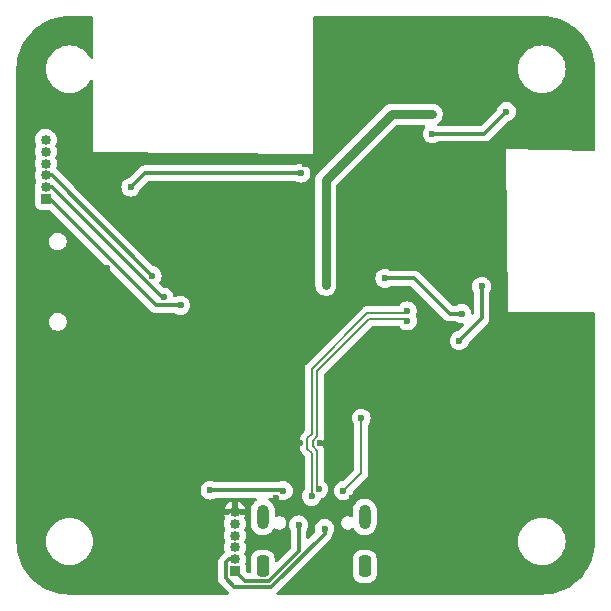
<source format=gbr>
%TF.GenerationSoftware,KiCad,Pcbnew,8.0.1*%
%TF.CreationDate,2024-04-06T15:46:48-07:00*%
%TF.ProjectId,Hardware,48617264-7761-4726-952e-6b696361645f,rev?*%
%TF.SameCoordinates,Original*%
%TF.FileFunction,Copper,L2,Bot*%
%TF.FilePolarity,Positive*%
%FSLAX46Y46*%
G04 Gerber Fmt 4.6, Leading zero omitted, Abs format (unit mm)*
G04 Created by KiCad (PCBNEW 8.0.1) date 2024-04-06 15:46:48*
%MOMM*%
%LPD*%
G01*
G04 APERTURE LIST*
G04 Aperture macros list*
%AMRoundRect*
0 Rectangle with rounded corners*
0 $1 Rounding radius*
0 $2 $3 $4 $5 $6 $7 $8 $9 X,Y pos of 4 corners*
0 Add a 4 corners polygon primitive as box body*
4,1,4,$2,$3,$4,$5,$6,$7,$8,$9,$2,$3,0*
0 Add four circle primitives for the rounded corners*
1,1,$1+$1,$2,$3*
1,1,$1+$1,$4,$5*
1,1,$1+$1,$6,$7*
1,1,$1+$1,$8,$9*
0 Add four rect primitives between the rounded corners*
20,1,$1+$1,$2,$3,$4,$5,0*
20,1,$1+$1,$4,$5,$6,$7,0*
20,1,$1+$1,$6,$7,$8,$9,0*
20,1,$1+$1,$8,$9,$2,$3,0*%
G04 Aperture macros list end*
%TA.AperFunction,ComponentPad*%
%ADD10R,0.850000X0.850000*%
%TD*%
%TA.AperFunction,ComponentPad*%
%ADD11O,0.850000X0.850000*%
%TD*%
%TA.AperFunction,ComponentPad*%
%ADD12O,1.000000X2.100000*%
%TD*%
%TA.AperFunction,ComponentPad*%
%ADD13RoundRect,0.250000X-0.250000X-0.650000X0.250000X-0.650000X0.250000X0.650000X-0.250000X0.650000X0*%
%TD*%
%TA.AperFunction,ViaPad*%
%ADD14C,0.600000*%
%TD*%
%TA.AperFunction,Conductor*%
%ADD15C,0.800000*%
%TD*%
%TA.AperFunction,Conductor*%
%ADD16C,0.300000*%
%TD*%
%TA.AperFunction,Conductor*%
%ADD17C,0.200000*%
%TD*%
G04 APERTURE END LIST*
D10*
%TO.P,J2,1,Pin_1*%
%TO.N,/DWM3000_EXTPA*%
X103000000Y-61000000D03*
D11*
%TO.P,J2,2,Pin_2*%
%TO.N,/DWM3000_SPIPOL*%
X103000000Y-60000000D03*
%TO.P,J2,3,Pin_3*%
%TO.N,/DWM3000_SPIHA*%
X103000000Y-59000000D03*
%TO.P,J2,4,Pin_4*%
%TO.N,/DWM3000_GPIO7*%
X103000000Y-58000000D03*
%TO.P,J2,5,Pin_5*%
%TO.N,/DWM3000_WAKEUP*%
X103000000Y-57000000D03*
%TO.P,J2,6,Pin_6*%
%TO.N,/DWM3000_EXTON*%
X103000000Y-56000000D03*
%TD*%
D12*
%TO.P,J1,SH1,SHELL_GND*%
%TO.N,Net-(J1-SHELL_GND-PadSH1)*%
X121360000Y-87920000D03*
%TO.P,J1,SH2,SHELL_GND*%
X130000000Y-87920000D03*
D13*
%TO.P,J1,SH3,SHELL_GND*%
X121360000Y-92100000D03*
%TO.P,J1,SH4,SHELL_GND*%
X130000000Y-92100000D03*
%TD*%
D10*
%TO.P,J3,1,Pin_1*%
%TO.N,/CC1*%
X119000000Y-92500000D03*
D11*
%TO.P,J3,2,Pin_2*%
%TO.N,/CC2*%
X119000000Y-91500000D03*
%TO.P,J3,3,Pin_3*%
%TO.N,+5V*%
X119000000Y-90500000D03*
%TO.P,J3,4,Pin_4*%
%TO.N,unconnected-(J3-Pin_4-Pad4)*%
X119000000Y-89500000D03*
%TO.P,J3,5,Pin_5*%
%TO.N,unconnected-(J3-Pin_5-Pad5)*%
X119000000Y-88500000D03*
%TO.P,J3,6,Pin_6*%
%TO.N,GND*%
X119000000Y-87500000D03*
%TD*%
D14*
%TO.N,GND*%
X106800000Y-79700000D03*
X137600000Y-60300000D03*
X128900000Y-86300000D03*
X135600000Y-60300000D03*
X126200000Y-81700000D03*
X147200000Y-75200000D03*
X135400000Y-67000000D03*
X140400000Y-60500000D03*
X130700000Y-69700000D03*
X140200000Y-58800000D03*
X121400000Y-71200000D03*
X132900000Y-59000000D03*
X127900000Y-81700000D03*
X140600000Y-67600000D03*
X129800000Y-76700000D03*
X132700000Y-60500000D03*
X124500000Y-81700000D03*
X138400000Y-81900000D03*
X137700000Y-67000000D03*
X122500000Y-86300000D03*
X107900000Y-87700000D03*
X138400000Y-76100000D03*
X113900000Y-77400000D03*
X108200000Y-66800000D03*
X124900000Y-58000000D03*
X136600000Y-60300000D03*
X124900000Y-61400000D03*
X136600000Y-67200000D03*
X117900000Y-80700000D03*
%TO.N,+3.3V*%
X135700000Y-53825000D03*
X126700000Y-68300000D03*
%TO.N,+5V*%
X123100000Y-85700000D03*
X116900000Y-85650000D03*
X129700000Y-79550000D03*
X128200000Y-85700000D03*
%TO.N,/NEOPIXEL*%
X139900000Y-68400000D03*
X138000000Y-73000000D03*
%TO.N,/DWM3000_SPIPOL*%
X113000000Y-69300000D03*
%TO.N,/DWM3000_SPIHA*%
X112000000Y-67500000D03*
%TO.N,/DWM3000_RSTn*%
X124600000Y-58800000D03*
X110200000Y-60001200D03*
%TO.N,/DWM3000_EXTPA*%
X114400000Y-70000000D03*
%TO.N,/DN*%
X133600000Y-70475000D03*
X125499479Y-86172292D03*
%TO.N,/DP*%
X126100521Y-85571250D03*
X133600000Y-71325000D03*
%TO.N,/CC1*%
X124400000Y-88600000D03*
%TO.N,/CC2*%
X126600000Y-88900000D03*
%TO.N,Net-(U1-EN)*%
X142000000Y-53600000D03*
X135700000Y-55475000D03*
%TO.N,Net-(U1-IO9)*%
X138200000Y-70700000D03*
X131700000Y-67725000D03*
%TD*%
D15*
%TO.N,+3.3V*%
X126700000Y-59400000D02*
X132275000Y-53825000D01*
X132275000Y-53825000D02*
X135700000Y-53825000D01*
X126700000Y-68300000D02*
X126700000Y-59400000D01*
D16*
%TO.N,+5V*%
X123050000Y-85650000D02*
X116900000Y-85650000D01*
D17*
X128200000Y-85700000D02*
X129700000Y-84200000D01*
X129700000Y-84200000D02*
X129700000Y-79550000D01*
D16*
X123100000Y-85700000D02*
X123050000Y-85650000D01*
%TO.N,/NEOPIXEL*%
X139900000Y-71100000D02*
X138000000Y-73000000D01*
X139900000Y-68400000D02*
X139900000Y-71100000D01*
%TO.N,/DWM3000_SPIPOL*%
X112850000Y-69300000D02*
X103550000Y-60000000D01*
X103550000Y-60000000D02*
X103000000Y-60000000D01*
X113000000Y-69300000D02*
X112850000Y-69300000D01*
%TO.N,/DWM3000_SPIHA*%
X103500000Y-59000000D02*
X103000000Y-59000000D01*
X112000000Y-67500000D02*
X103500000Y-59000000D01*
%TO.N,/DWM3000_RSTn*%
X111401200Y-58800000D02*
X110200000Y-60001200D01*
X124600000Y-58800000D02*
X111401200Y-58800000D01*
%TO.N,/DWM3000_EXTPA*%
X112319239Y-70000000D02*
X103319239Y-61000000D01*
X103319239Y-61000000D02*
X103000000Y-61000000D01*
X114400000Y-70000000D02*
X112319239Y-70000000D01*
D17*
%TO.N,/DN*%
X125150020Y-82134917D02*
X125150020Y-81265083D01*
X125499479Y-86172292D02*
X125499479Y-82484376D01*
X125499479Y-80915624D02*
X125499479Y-75382321D01*
X125150020Y-81265083D02*
X125499479Y-80915624D01*
X125499479Y-82484376D02*
X125150020Y-82134917D01*
X133400001Y-70674999D02*
X133600000Y-70475000D01*
X125499479Y-75382321D02*
X130206800Y-70675000D01*
X130206800Y-70675000D02*
X133400001Y-70674999D01*
%TO.N,/DP*%
X125600000Y-81451471D02*
X125949480Y-81101991D01*
X133400001Y-71125001D02*
X133600000Y-71325000D01*
X130393200Y-71125000D02*
X133400001Y-71125001D01*
X125600000Y-81948529D02*
X125600000Y-81451471D01*
X125949480Y-82298009D02*
X125600000Y-81948529D01*
X125949480Y-81101991D02*
X125949480Y-75568720D01*
X125949480Y-85420209D02*
X125949480Y-82298009D01*
X125949480Y-75568720D02*
X130393200Y-71125000D01*
X126100521Y-85571250D02*
X125949480Y-85420209D01*
D16*
%TO.N,/CC1*%
X121865456Y-93350000D02*
X119850000Y-93350000D01*
X119850000Y-93350000D02*
X119000000Y-92500000D01*
X124400000Y-90815456D02*
X121865456Y-93350000D01*
X124400000Y-88600000D02*
X124400000Y-90815456D01*
%TO.N,/CC2*%
X126600000Y-89322562D02*
X122072562Y-93850000D01*
X118225000Y-93125000D02*
X118225000Y-91775000D01*
X118950000Y-93850000D02*
X118225000Y-93125000D01*
X122072562Y-93850000D02*
X118950000Y-93850000D01*
X126600000Y-88900000D02*
X126600000Y-89322562D01*
X118500000Y-91500000D02*
X119000000Y-91500000D01*
X118225000Y-91775000D02*
X118500000Y-91500000D01*
%TO.N,Net-(U1-EN)*%
X140125000Y-55475000D02*
X135700000Y-55475000D01*
X142000000Y-53600000D02*
X140125000Y-55475000D01*
%TO.N,Net-(U1-IO9)*%
X138200000Y-70700000D02*
X137180761Y-70700000D01*
X137180761Y-70700000D02*
X134205761Y-67725000D01*
X134205761Y-67725000D02*
X131700000Y-67725000D01*
%TD*%
%TA.AperFunction,Conductor*%
%TO.N,GND*%
G36*
X106943039Y-45520185D02*
G01*
X106988794Y-45572989D01*
X107000000Y-45624500D01*
X107000000Y-49002659D01*
X106980315Y-49069698D01*
X106927511Y-49115453D01*
X106858353Y-49125397D01*
X106794797Y-49096372D01*
X106767168Y-49062086D01*
X106687229Y-48915690D01*
X106687224Y-48915682D01*
X106515745Y-48686612D01*
X106515729Y-48686594D01*
X106313405Y-48484270D01*
X106313387Y-48484254D01*
X106084317Y-48312775D01*
X106084309Y-48312770D01*
X105833166Y-48175635D01*
X105833167Y-48175635D01*
X105725915Y-48135632D01*
X105565046Y-48075631D01*
X105565043Y-48075630D01*
X105565037Y-48075628D01*
X105285433Y-48014804D01*
X105000001Y-47994390D01*
X104999999Y-47994390D01*
X104714566Y-48014804D01*
X104434962Y-48075628D01*
X104166833Y-48175635D01*
X103915690Y-48312770D01*
X103915682Y-48312775D01*
X103686612Y-48484254D01*
X103686594Y-48484270D01*
X103484270Y-48686594D01*
X103484254Y-48686612D01*
X103312775Y-48915682D01*
X103312770Y-48915690D01*
X103175635Y-49166833D01*
X103075628Y-49434962D01*
X103014804Y-49714566D01*
X102994390Y-49999998D01*
X102994390Y-50000001D01*
X103014804Y-50285433D01*
X103075628Y-50565037D01*
X103175635Y-50833166D01*
X103312770Y-51084309D01*
X103312775Y-51084317D01*
X103484254Y-51313387D01*
X103484270Y-51313405D01*
X103686594Y-51515729D01*
X103686612Y-51515745D01*
X103915682Y-51687224D01*
X103915690Y-51687229D01*
X104166833Y-51824364D01*
X104166832Y-51824364D01*
X104166836Y-51824365D01*
X104166839Y-51824367D01*
X104434954Y-51924369D01*
X104434960Y-51924370D01*
X104434962Y-51924371D01*
X104714566Y-51985195D01*
X104714568Y-51985195D01*
X104714572Y-51985196D01*
X104968220Y-52003337D01*
X104999999Y-52005610D01*
X105000000Y-52005610D01*
X105000001Y-52005610D01*
X105028595Y-52003564D01*
X105285428Y-51985196D01*
X105565046Y-51924369D01*
X105833161Y-51824367D01*
X106084315Y-51687226D01*
X106313395Y-51515739D01*
X106515739Y-51313395D01*
X106687226Y-51084315D01*
X106767168Y-50937913D01*
X106816573Y-50888508D01*
X106884846Y-50873656D01*
X106950310Y-50898073D01*
X106992182Y-50954006D01*
X107000000Y-50997340D01*
X107000000Y-57000000D01*
X125600000Y-57200000D01*
X125600000Y-57199999D01*
X125600000Y-50000001D01*
X142994390Y-50000001D01*
X143014804Y-50285433D01*
X143075628Y-50565037D01*
X143175635Y-50833166D01*
X143312770Y-51084309D01*
X143312775Y-51084317D01*
X143484254Y-51313387D01*
X143484270Y-51313405D01*
X143686594Y-51515729D01*
X143686612Y-51515745D01*
X143915682Y-51687224D01*
X143915690Y-51687229D01*
X144166833Y-51824364D01*
X144166832Y-51824364D01*
X144166836Y-51824365D01*
X144166839Y-51824367D01*
X144434954Y-51924369D01*
X144434960Y-51924370D01*
X144434962Y-51924371D01*
X144714566Y-51985195D01*
X144714568Y-51985195D01*
X144714572Y-51985196D01*
X144968220Y-52003337D01*
X144999999Y-52005610D01*
X145000000Y-52005610D01*
X145000001Y-52005610D01*
X145028595Y-52003564D01*
X145285428Y-51985196D01*
X145565046Y-51924369D01*
X145833161Y-51824367D01*
X146084315Y-51687226D01*
X146313395Y-51515739D01*
X146515739Y-51313395D01*
X146687226Y-51084315D01*
X146824367Y-50833161D01*
X146924369Y-50565046D01*
X146985196Y-50285428D01*
X147003564Y-50028595D01*
X147005610Y-50000001D01*
X147005610Y-49999998D01*
X146991664Y-49805007D01*
X146985196Y-49714572D01*
X146960810Y-49602473D01*
X146924371Y-49434962D01*
X146924370Y-49434960D01*
X146924369Y-49434954D01*
X146824367Y-49166839D01*
X146767167Y-49062086D01*
X146687229Y-48915690D01*
X146687224Y-48915682D01*
X146515745Y-48686612D01*
X146515729Y-48686594D01*
X146313405Y-48484270D01*
X146313387Y-48484254D01*
X146084317Y-48312775D01*
X146084309Y-48312770D01*
X145833166Y-48175635D01*
X145833167Y-48175635D01*
X145725915Y-48135632D01*
X145565046Y-48075631D01*
X145565043Y-48075630D01*
X145565037Y-48075628D01*
X145285433Y-48014804D01*
X145000001Y-47994390D01*
X144999999Y-47994390D01*
X144714566Y-48014804D01*
X144434962Y-48075628D01*
X144166833Y-48175635D01*
X143915690Y-48312770D01*
X143915682Y-48312775D01*
X143686612Y-48484254D01*
X143686594Y-48484270D01*
X143484270Y-48686594D01*
X143484254Y-48686612D01*
X143312775Y-48915682D01*
X143312770Y-48915690D01*
X143175635Y-49166833D01*
X143075628Y-49434962D01*
X143014804Y-49714566D01*
X142994390Y-49999998D01*
X142994390Y-50000001D01*
X125600000Y-50000001D01*
X125600000Y-45624500D01*
X125619685Y-45557461D01*
X125672489Y-45511706D01*
X125724000Y-45500500D01*
X144934108Y-45500500D01*
X144997294Y-45500500D01*
X145002702Y-45500617D01*
X145386771Y-45517386D01*
X145397506Y-45518326D01*
X145775971Y-45568152D01*
X145786597Y-45570025D01*
X146159284Y-45652648D01*
X146169710Y-45655442D01*
X146533765Y-45770227D01*
X146543911Y-45773920D01*
X146896578Y-45920000D01*
X146906369Y-45924566D01*
X147244942Y-46100816D01*
X147254310Y-46106224D01*
X147576244Y-46311318D01*
X147585105Y-46317523D01*
X147887930Y-46549889D01*
X147896217Y-46556843D01*
X148177635Y-46814715D01*
X148185284Y-46822364D01*
X148443156Y-47103782D01*
X148450110Y-47112069D01*
X148682476Y-47414894D01*
X148688681Y-47423755D01*
X148893775Y-47745689D01*
X148899183Y-47755057D01*
X149075430Y-48093623D01*
X149080002Y-48103427D01*
X149226075Y-48456078D01*
X149229775Y-48466244D01*
X149344554Y-48830278D01*
X149347354Y-48840727D01*
X149429971Y-49213389D01*
X149431849Y-49224042D01*
X149481671Y-49602473D01*
X149482614Y-49613249D01*
X149499382Y-49997297D01*
X149499500Y-50002706D01*
X149499500Y-56853686D01*
X149479815Y-56920725D01*
X149427011Y-56966480D01*
X149372513Y-56977650D01*
X142000000Y-56799999D01*
X142000000Y-56800000D01*
X142100000Y-70600000D01*
X149375500Y-70600000D01*
X149442539Y-70619685D01*
X149488294Y-70672489D01*
X149499500Y-70724000D01*
X149499500Y-89997293D01*
X149499382Y-90002702D01*
X149482614Y-90386750D01*
X149481671Y-90397526D01*
X149431849Y-90775957D01*
X149429971Y-90786610D01*
X149347354Y-91159272D01*
X149344554Y-91169721D01*
X149229775Y-91533755D01*
X149226075Y-91543921D01*
X149080002Y-91896572D01*
X149075430Y-91906376D01*
X148899183Y-92244942D01*
X148893775Y-92254310D01*
X148688681Y-92576244D01*
X148682476Y-92585105D01*
X148450110Y-92887930D01*
X148443156Y-92896217D01*
X148185284Y-93177635D01*
X148177635Y-93185284D01*
X147896217Y-93443156D01*
X147887930Y-93450110D01*
X147585105Y-93682476D01*
X147576244Y-93688681D01*
X147254310Y-93893775D01*
X147244942Y-93899183D01*
X146906376Y-94075430D01*
X146896572Y-94080002D01*
X146543921Y-94226075D01*
X146533755Y-94229775D01*
X146169721Y-94344554D01*
X146159272Y-94347354D01*
X145786610Y-94429971D01*
X145775957Y-94431849D01*
X145397526Y-94481671D01*
X145386750Y-94482614D01*
X145002703Y-94499382D01*
X144997294Y-94499500D01*
X122642371Y-94499500D01*
X122575332Y-94479815D01*
X122529577Y-94427011D01*
X122519633Y-94357853D01*
X122548658Y-94294297D01*
X122554690Y-94287819D01*
X124042507Y-92800001D01*
X128999500Y-92800001D01*
X128999501Y-92800018D01*
X129010000Y-92902796D01*
X129010001Y-92902799D01*
X129065185Y-93069331D01*
X129065186Y-93069334D01*
X129157288Y-93218656D01*
X129281344Y-93342712D01*
X129430666Y-93434814D01*
X129597203Y-93489999D01*
X129699991Y-93500500D01*
X130300008Y-93500499D01*
X130300016Y-93500498D01*
X130300019Y-93500498D01*
X130356302Y-93494748D01*
X130402797Y-93489999D01*
X130569334Y-93434814D01*
X130718656Y-93342712D01*
X130842712Y-93218656D01*
X130934814Y-93069334D01*
X130989999Y-92902797D01*
X131000500Y-92800009D01*
X131000499Y-91399992D01*
X130989999Y-91297203D01*
X130934814Y-91130666D01*
X130842712Y-90981344D01*
X130718656Y-90857288D01*
X130569334Y-90765186D01*
X130402797Y-90710001D01*
X130402795Y-90710000D01*
X130300010Y-90699500D01*
X129699998Y-90699500D01*
X129699980Y-90699501D01*
X129597203Y-90710000D01*
X129597200Y-90710001D01*
X129430668Y-90765185D01*
X129430663Y-90765187D01*
X129281342Y-90857289D01*
X129157289Y-90981342D01*
X129065187Y-91130663D01*
X129065186Y-91130666D01*
X129010001Y-91297203D01*
X129010001Y-91297204D01*
X129010000Y-91297204D01*
X128999500Y-91399983D01*
X128999500Y-92800001D01*
X124042507Y-92800001D01*
X126842506Y-90000001D01*
X142994390Y-90000001D01*
X143014804Y-90285433D01*
X143075628Y-90565037D01*
X143075630Y-90565043D01*
X143075631Y-90565046D01*
X143174847Y-90831054D01*
X143175635Y-90833166D01*
X143312770Y-91084309D01*
X143312775Y-91084317D01*
X143484254Y-91313387D01*
X143484270Y-91313405D01*
X143686594Y-91515729D01*
X143686612Y-91515745D01*
X143915682Y-91687224D01*
X143915690Y-91687229D01*
X144166833Y-91824364D01*
X144166832Y-91824364D01*
X144166836Y-91824365D01*
X144166839Y-91824367D01*
X144434954Y-91924369D01*
X144434960Y-91924370D01*
X144434962Y-91924371D01*
X144714566Y-91985195D01*
X144714568Y-91985195D01*
X144714572Y-91985196D01*
X144968220Y-92003337D01*
X144999999Y-92005610D01*
X145000000Y-92005610D01*
X145000001Y-92005610D01*
X145028595Y-92003564D01*
X145285428Y-91985196D01*
X145366698Y-91967517D01*
X145565037Y-91924371D01*
X145565037Y-91924370D01*
X145565046Y-91924369D01*
X145833161Y-91824367D01*
X146084315Y-91687226D01*
X146313395Y-91515739D01*
X146515739Y-91313395D01*
X146687226Y-91084315D01*
X146824367Y-90833161D01*
X146924369Y-90565046D01*
X146985196Y-90285428D01*
X147005610Y-90000000D01*
X147005416Y-89997293D01*
X146991664Y-89805007D01*
X146985196Y-89714572D01*
X146980608Y-89693483D01*
X146924371Y-89434962D01*
X146924370Y-89434960D01*
X146924369Y-89434954D01*
X146824367Y-89166839D01*
X146820523Y-89159800D01*
X146687229Y-88915690D01*
X146687224Y-88915682D01*
X146515745Y-88686612D01*
X146515729Y-88686594D01*
X146313405Y-88484270D01*
X146313387Y-88484254D01*
X146084317Y-88312775D01*
X146084309Y-88312770D01*
X145833166Y-88175635D01*
X145833167Y-88175635D01*
X145669611Y-88114632D01*
X145565046Y-88075631D01*
X145565043Y-88075630D01*
X145565037Y-88075628D01*
X145285433Y-88014804D01*
X145000001Y-87994390D01*
X144999999Y-87994390D01*
X144714566Y-88014804D01*
X144434962Y-88075628D01*
X144166833Y-88175635D01*
X143915690Y-88312770D01*
X143915682Y-88312775D01*
X143686612Y-88484254D01*
X143686594Y-88484270D01*
X143484270Y-88686594D01*
X143484254Y-88686612D01*
X143312775Y-88915682D01*
X143312770Y-88915690D01*
X143175635Y-89166833D01*
X143075628Y-89434962D01*
X143014804Y-89714566D01*
X142994390Y-89999998D01*
X142994390Y-90000001D01*
X126842506Y-90000001D01*
X127105273Y-89737234D01*
X127105272Y-89737234D01*
X127105276Y-89737231D01*
X127176465Y-89630689D01*
X127225501Y-89512306D01*
X127238947Y-89444708D01*
X127250500Y-89386631D01*
X127251072Y-89383756D01*
X127267696Y-89341976D01*
X127325788Y-89249524D01*
X127337906Y-89214893D01*
X127385368Y-89079255D01*
X127393633Y-89005900D01*
X127405565Y-88900003D01*
X127405565Y-88899996D01*
X127385369Y-88720750D01*
X127385368Y-88720745D01*
X127373418Y-88686594D01*
X127325789Y-88550478D01*
X127299674Y-88508917D01*
X127291411Y-88495766D01*
X127994500Y-88495766D01*
X127998024Y-88508917D01*
X128033719Y-88642136D01*
X128059394Y-88686605D01*
X128109485Y-88773365D01*
X128216635Y-88880515D01*
X128310105Y-88934480D01*
X128336161Y-88949524D01*
X128347865Y-88956281D01*
X128494234Y-88995500D01*
X128494236Y-88995500D01*
X128645764Y-88995500D01*
X128645766Y-88995500D01*
X128792135Y-88956281D01*
X128923365Y-88880515D01*
X128923366Y-88880513D01*
X128930403Y-88876451D01*
X128931749Y-88878783D01*
X128984553Y-88858357D01*
X129053001Y-88872381D01*
X129103001Y-88921185D01*
X129109458Y-88934474D01*
X129113367Y-88943913D01*
X129113371Y-88943920D01*
X129222860Y-89107781D01*
X129222863Y-89107785D01*
X129362214Y-89247136D01*
X129362218Y-89247139D01*
X129526079Y-89356628D01*
X129526092Y-89356635D01*
X129708160Y-89432049D01*
X129708165Y-89432051D01*
X129708169Y-89432051D01*
X129708170Y-89432052D01*
X129901456Y-89470500D01*
X129901459Y-89470500D01*
X130098543Y-89470500D01*
X130228582Y-89444632D01*
X130291835Y-89432051D01*
X130473914Y-89356632D01*
X130637782Y-89247139D01*
X130777139Y-89107782D01*
X130886632Y-88943914D01*
X130962051Y-88761835D01*
X130994242Y-88600003D01*
X131000500Y-88568543D01*
X131000500Y-87271456D01*
X130962052Y-87078170D01*
X130962051Y-87078169D01*
X130962051Y-87078165D01*
X130962049Y-87078160D01*
X130886635Y-86896092D01*
X130886628Y-86896079D01*
X130777139Y-86732218D01*
X130777136Y-86732214D01*
X130637785Y-86592863D01*
X130637781Y-86592860D01*
X130473920Y-86483371D01*
X130473907Y-86483364D01*
X130291839Y-86407950D01*
X130291829Y-86407947D01*
X130098543Y-86369500D01*
X130098541Y-86369500D01*
X129901459Y-86369500D01*
X129901457Y-86369500D01*
X129708170Y-86407947D01*
X129708160Y-86407950D01*
X129526092Y-86483364D01*
X129526079Y-86483371D01*
X129362218Y-86592860D01*
X129362214Y-86592863D01*
X129222863Y-86732214D01*
X129222860Y-86732218D01*
X129113371Y-86896079D01*
X129113364Y-86896092D01*
X129037950Y-87078160D01*
X129037947Y-87078170D01*
X128999500Y-87271456D01*
X128999500Y-87788666D01*
X128979815Y-87855705D01*
X128927011Y-87901460D01*
X128857853Y-87911404D01*
X128813501Y-87896054D01*
X128792137Y-87883719D01*
X128687584Y-87855705D01*
X128645766Y-87844500D01*
X128494234Y-87844500D01*
X128347863Y-87883719D01*
X128216635Y-87959485D01*
X128216632Y-87959487D01*
X128109487Y-88066632D01*
X128109485Y-88066635D01*
X128033719Y-88197863D01*
X128002929Y-88312775D01*
X127994500Y-88344234D01*
X127994500Y-88495766D01*
X127291411Y-88495766D01*
X127254931Y-88437709D01*
X127229816Y-88397738D01*
X127102262Y-88270184D01*
X127070897Y-88250476D01*
X126949523Y-88174211D01*
X126779254Y-88114631D01*
X126779249Y-88114630D01*
X126600004Y-88094435D01*
X126599996Y-88094435D01*
X126420750Y-88114630D01*
X126420745Y-88114631D01*
X126250476Y-88174211D01*
X126097737Y-88270184D01*
X125970184Y-88397737D01*
X125874211Y-88550476D01*
X125814631Y-88720745D01*
X125814630Y-88720750D01*
X125794435Y-88899996D01*
X125794435Y-88900003D01*
X125814630Y-89079246D01*
X125814631Y-89079252D01*
X125814631Y-89079254D01*
X125814632Y-89079255D01*
X125817083Y-89086259D01*
X125820644Y-89156037D01*
X125787722Y-89214893D01*
X125262181Y-89740435D01*
X125200858Y-89773920D01*
X125131167Y-89768936D01*
X125075233Y-89727065D01*
X125050816Y-89661600D01*
X125050500Y-89652754D01*
X125050500Y-89105067D01*
X125069507Y-89039094D01*
X125125788Y-88949524D01*
X125127751Y-88943914D01*
X125185368Y-88779255D01*
X125185369Y-88779249D01*
X125205565Y-88600003D01*
X125205565Y-88599996D01*
X125185369Y-88420750D01*
X125185368Y-88420745D01*
X125125789Y-88250478D01*
X125029816Y-88097738D01*
X124902262Y-87970184D01*
X124850243Y-87937498D01*
X124749523Y-87874211D01*
X124579254Y-87814631D01*
X124579249Y-87814630D01*
X124400004Y-87794435D01*
X124399996Y-87794435D01*
X124220750Y-87814630D01*
X124220745Y-87814631D01*
X124050476Y-87874211D01*
X123897737Y-87970184D01*
X123770184Y-88097737D01*
X123674211Y-88250476D01*
X123614631Y-88420745D01*
X123614630Y-88420749D01*
X123612720Y-88437709D01*
X123585653Y-88502123D01*
X123575759Y-88508917D01*
X123596304Y-88573183D01*
X123595560Y-88590014D01*
X123594436Y-88599996D01*
X123594435Y-88600003D01*
X123614630Y-88779249D01*
X123614631Y-88779254D01*
X123674211Y-88949524D01*
X123730493Y-89039094D01*
X123749500Y-89105067D01*
X123749500Y-90494647D01*
X123729815Y-90561686D01*
X123713181Y-90582328D01*
X122572180Y-91723329D01*
X122510857Y-91756814D01*
X122441165Y-91751830D01*
X122385232Y-91709958D01*
X122360815Y-91644494D01*
X122360499Y-91635648D01*
X122360499Y-91399998D01*
X122360498Y-91399981D01*
X122349999Y-91297203D01*
X122349998Y-91297200D01*
X122294814Y-91130666D01*
X122202712Y-90981344D01*
X122078656Y-90857288D01*
X121929334Y-90765186D01*
X121762797Y-90710001D01*
X121762795Y-90710000D01*
X121660010Y-90699500D01*
X121059998Y-90699500D01*
X121059980Y-90699501D01*
X120957203Y-90710000D01*
X120957200Y-90710001D01*
X120790668Y-90765185D01*
X120790663Y-90765187D01*
X120641342Y-90857289D01*
X120517289Y-90981342D01*
X120425187Y-91130663D01*
X120425186Y-91130666D01*
X120370001Y-91297203D01*
X120370001Y-91297204D01*
X120370000Y-91297204D01*
X120359500Y-91399983D01*
X120359500Y-91399991D01*
X120359500Y-92027129D01*
X120359501Y-92575500D01*
X120339816Y-92642539D01*
X120287013Y-92688294D01*
X120235501Y-92699500D01*
X120170808Y-92699500D01*
X120103769Y-92679815D01*
X120083127Y-92663181D01*
X119961818Y-92541872D01*
X119928333Y-92480549D01*
X119925499Y-92454191D01*
X119925499Y-92027129D01*
X119925498Y-92027123D01*
X119919091Y-91967516D01*
X119881900Y-91867803D01*
X119876916Y-91798112D01*
X119880145Y-91786170D01*
X119910262Y-91693482D01*
X119930598Y-91500000D01*
X119910262Y-91306518D01*
X119850144Y-91121492D01*
X119815795Y-91061999D01*
X119799322Y-90994101D01*
X119815795Y-90938001D01*
X119850144Y-90878508D01*
X119910262Y-90693482D01*
X119930598Y-90500000D01*
X119910262Y-90306518D01*
X119850144Y-90121492D01*
X119815795Y-90061999D01*
X119799322Y-89994101D01*
X119815796Y-89938000D01*
X119850144Y-89878508D01*
X119910262Y-89693482D01*
X119930598Y-89500000D01*
X119910262Y-89306518D01*
X119850144Y-89121492D01*
X119815795Y-89061999D01*
X119799322Y-88994101D01*
X119815796Y-88938000D01*
X119850144Y-88878508D01*
X119910262Y-88693482D01*
X119930598Y-88500000D01*
X119910262Y-88306518D01*
X119850144Y-88121492D01*
X119815506Y-88061498D01*
X119799034Y-87993598D01*
X119815508Y-87937498D01*
X119849680Y-87878310D01*
X119849684Y-87878301D01*
X119891372Y-87750000D01*
X119582559Y-87750000D01*
X119515520Y-87730315D01*
X119509673Y-87726318D01*
X119465297Y-87694076D01*
X119328848Y-87633326D01*
X119287571Y-87614949D01*
X119287569Y-87614948D01*
X119228211Y-87602331D01*
X119250000Y-87549728D01*
X119250000Y-87450272D01*
X119211940Y-87358386D01*
X119141614Y-87288060D01*
X119049728Y-87250000D01*
X118950272Y-87250000D01*
X118858386Y-87288060D01*
X118788060Y-87358386D01*
X118750000Y-87450272D01*
X118750000Y-87549728D01*
X118771788Y-87602331D01*
X118712431Y-87614948D01*
X118534702Y-87694076D01*
X118490327Y-87726318D01*
X118424520Y-87749798D01*
X118417441Y-87750000D01*
X118108628Y-87750000D01*
X118150315Y-87878302D01*
X118184492Y-87937498D01*
X118200965Y-88005398D01*
X118184493Y-88061497D01*
X118149856Y-88121490D01*
X118089738Y-88306516D01*
X118069402Y-88500000D01*
X118089738Y-88693483D01*
X118149856Y-88878510D01*
X118149857Y-88878511D01*
X118184203Y-88938000D01*
X118200676Y-89005900D01*
X118184203Y-89062000D01*
X118149857Y-89121488D01*
X118149856Y-89121489D01*
X118089738Y-89306516D01*
X118069402Y-89500000D01*
X118089738Y-89693483D01*
X118149856Y-89878510D01*
X118149857Y-89878511D01*
X118184203Y-89938000D01*
X118200676Y-90005900D01*
X118184203Y-90062000D01*
X118149857Y-90121488D01*
X118149856Y-90121489D01*
X118089738Y-90306516D01*
X118069402Y-90500000D01*
X118089738Y-90693483D01*
X118140365Y-90849297D01*
X118142360Y-90919139D01*
X118106279Y-90978971D01*
X118091329Y-90990715D01*
X118085328Y-90994724D01*
X117719724Y-91360328D01*
X117665851Y-91440955D01*
X117665852Y-91440956D01*
X117648536Y-91466871D01*
X117648533Y-91466877D01*
X117599499Y-91585255D01*
X117599497Y-91585261D01*
X117574500Y-91710928D01*
X117574500Y-91710931D01*
X117574500Y-93189069D01*
X117591302Y-93273535D01*
X117597868Y-93306548D01*
X117599499Y-93314745D01*
X117648534Y-93433125D01*
X117648535Y-93433127D01*
X117693551Y-93500499D01*
X117719726Y-93539673D01*
X118467872Y-94287819D01*
X118501357Y-94349142D01*
X118496373Y-94418834D01*
X118454501Y-94474767D01*
X118389037Y-94499184D01*
X118380191Y-94499500D01*
X105002706Y-94499500D01*
X104997297Y-94499382D01*
X104613249Y-94482614D01*
X104602473Y-94481671D01*
X104224042Y-94431849D01*
X104213389Y-94429971D01*
X103840727Y-94347354D01*
X103830278Y-94344554D01*
X103466244Y-94229775D01*
X103456078Y-94226075D01*
X103103427Y-94080002D01*
X103093623Y-94075430D01*
X102755057Y-93899183D01*
X102745689Y-93893775D01*
X102423755Y-93688681D01*
X102414894Y-93682476D01*
X102112069Y-93450110D01*
X102103782Y-93443156D01*
X101822364Y-93185284D01*
X101814715Y-93177635D01*
X101556843Y-92896217D01*
X101549889Y-92887930D01*
X101317523Y-92585105D01*
X101311318Y-92576244D01*
X101106224Y-92254310D01*
X101100816Y-92244942D01*
X100924566Y-91906369D01*
X100919997Y-91896572D01*
X100773920Y-91543911D01*
X100770224Y-91533755D01*
X100655442Y-91169710D01*
X100652648Y-91159284D01*
X100570025Y-90786597D01*
X100568152Y-90775971D01*
X100518326Y-90397506D01*
X100517386Y-90386771D01*
X100500618Y-90002702D01*
X100500559Y-90000001D01*
X102994390Y-90000001D01*
X103014804Y-90285433D01*
X103075628Y-90565037D01*
X103075630Y-90565043D01*
X103075631Y-90565046D01*
X103174847Y-90831054D01*
X103175635Y-90833166D01*
X103312770Y-91084309D01*
X103312775Y-91084317D01*
X103484254Y-91313387D01*
X103484270Y-91313405D01*
X103686594Y-91515729D01*
X103686612Y-91515745D01*
X103915682Y-91687224D01*
X103915690Y-91687229D01*
X104166833Y-91824364D01*
X104166832Y-91824364D01*
X104166836Y-91824365D01*
X104166839Y-91824367D01*
X104434954Y-91924369D01*
X104434960Y-91924370D01*
X104434962Y-91924371D01*
X104714566Y-91985195D01*
X104714568Y-91985195D01*
X104714572Y-91985196D01*
X104968220Y-92003337D01*
X104999999Y-92005610D01*
X105000000Y-92005610D01*
X105000001Y-92005610D01*
X105028595Y-92003564D01*
X105285428Y-91985196D01*
X105366698Y-91967517D01*
X105565037Y-91924371D01*
X105565037Y-91924370D01*
X105565046Y-91924369D01*
X105833161Y-91824367D01*
X106084315Y-91687226D01*
X106313395Y-91515739D01*
X106515739Y-91313395D01*
X106687226Y-91084315D01*
X106824367Y-90833161D01*
X106924369Y-90565046D01*
X106985196Y-90285428D01*
X107005610Y-90000000D01*
X107005416Y-89997293D01*
X106991664Y-89805007D01*
X106985196Y-89714572D01*
X106980608Y-89693483D01*
X106924371Y-89434962D01*
X106924370Y-89434960D01*
X106924369Y-89434954D01*
X106824367Y-89166839D01*
X106820523Y-89159800D01*
X106687229Y-88915690D01*
X106687224Y-88915682D01*
X106515745Y-88686612D01*
X106515729Y-88686594D01*
X106313405Y-88484270D01*
X106313387Y-88484254D01*
X106084317Y-88312775D01*
X106084309Y-88312770D01*
X105833166Y-88175635D01*
X105833167Y-88175635D01*
X105669611Y-88114632D01*
X105565046Y-88075631D01*
X105565043Y-88075630D01*
X105565037Y-88075628D01*
X105285433Y-88014804D01*
X105000001Y-87994390D01*
X104999999Y-87994390D01*
X104714566Y-88014804D01*
X104434962Y-88075628D01*
X104166833Y-88175635D01*
X103915690Y-88312770D01*
X103915682Y-88312775D01*
X103686612Y-88484254D01*
X103686594Y-88484270D01*
X103484270Y-88686594D01*
X103484254Y-88686612D01*
X103312775Y-88915682D01*
X103312770Y-88915690D01*
X103175635Y-89166833D01*
X103075628Y-89434962D01*
X103014804Y-89714566D01*
X102994390Y-89999998D01*
X102994390Y-90000001D01*
X100500559Y-90000001D01*
X100500500Y-89997293D01*
X100500500Y-87250000D01*
X118108628Y-87250000D01*
X118750000Y-87250000D01*
X118750000Y-86607473D01*
X119250000Y-86607473D01*
X119250000Y-87250000D01*
X119891372Y-87250000D01*
X119891371Y-87249999D01*
X119849683Y-87121693D01*
X119849682Y-87121692D01*
X119752463Y-86953305D01*
X119752464Y-86953305D01*
X119622360Y-86808809D01*
X119622357Y-86808807D01*
X119465051Y-86694516D01*
X119287412Y-86615426D01*
X119250000Y-86607473D01*
X118750000Y-86607473D01*
X118712585Y-86615426D01*
X118712580Y-86615428D01*
X118534953Y-86694513D01*
X118377643Y-86808806D01*
X118247535Y-86953305D01*
X118150317Y-87121692D01*
X118150316Y-87121693D01*
X118108628Y-87249999D01*
X118108628Y-87250000D01*
X100500500Y-87250000D01*
X100500500Y-85650003D01*
X116094435Y-85650003D01*
X116114630Y-85829249D01*
X116114631Y-85829254D01*
X116174211Y-85999523D01*
X116220702Y-86073512D01*
X116270184Y-86152262D01*
X116397738Y-86279816D01*
X116486486Y-86335580D01*
X116546021Y-86372989D01*
X116550478Y-86375789D01*
X116693367Y-86425788D01*
X116720745Y-86435368D01*
X116720750Y-86435369D01*
X116899996Y-86455565D01*
X116900000Y-86455565D01*
X116900004Y-86455565D01*
X117079249Y-86435369D01*
X117079251Y-86435368D01*
X117079255Y-86435368D01*
X117079258Y-86435366D01*
X117079262Y-86435366D01*
X117169377Y-86403832D01*
X117249522Y-86375789D01*
X117339096Y-86319505D01*
X117405068Y-86300500D01*
X120750993Y-86300500D01*
X120818032Y-86320185D01*
X120863787Y-86372989D01*
X120873731Y-86442147D01*
X120844706Y-86505703D01*
X120819884Y-86527602D01*
X120722218Y-86592860D01*
X120722214Y-86592863D01*
X120582863Y-86732214D01*
X120582860Y-86732218D01*
X120473371Y-86896079D01*
X120473364Y-86896092D01*
X120397950Y-87078160D01*
X120397947Y-87078170D01*
X120359500Y-87271456D01*
X120359500Y-87271459D01*
X120359500Y-88568541D01*
X120359500Y-88568543D01*
X120359499Y-88568543D01*
X120397947Y-88761829D01*
X120397950Y-88761839D01*
X120473364Y-88943907D01*
X120473371Y-88943920D01*
X120582860Y-89107781D01*
X120582863Y-89107785D01*
X120722214Y-89247136D01*
X120722218Y-89247139D01*
X120886079Y-89356628D01*
X120886092Y-89356635D01*
X121068160Y-89432049D01*
X121068165Y-89432051D01*
X121068169Y-89432051D01*
X121068170Y-89432052D01*
X121261456Y-89470500D01*
X121261459Y-89470500D01*
X121458543Y-89470500D01*
X121588582Y-89444632D01*
X121651835Y-89432051D01*
X121833914Y-89356632D01*
X121997782Y-89247139D01*
X122137139Y-89107782D01*
X122246632Y-88943914D01*
X122250540Y-88934478D01*
X122294376Y-88880074D01*
X122360669Y-88858004D01*
X122428369Y-88875279D01*
X122433028Y-88878432D01*
X122436633Y-88880513D01*
X122436635Y-88880515D01*
X122497546Y-88915682D01*
X122556161Y-88949524D01*
X122567865Y-88956281D01*
X122714234Y-88995500D01*
X122714236Y-88995500D01*
X122865764Y-88995500D01*
X122865766Y-88995500D01*
X123012135Y-88956281D01*
X123143365Y-88880515D01*
X123250515Y-88773365D01*
X123326281Y-88642135D01*
X123352565Y-88544040D01*
X123387705Y-88486388D01*
X123367359Y-88445219D01*
X123365500Y-88423825D01*
X123365500Y-88344236D01*
X123365500Y-88344234D01*
X123326281Y-88197865D01*
X123250515Y-88066635D01*
X123143365Y-87959485D01*
X123060087Y-87911404D01*
X123012136Y-87883719D01*
X122907584Y-87855705D01*
X122865766Y-87844500D01*
X122714234Y-87844500D01*
X122567862Y-87883719D01*
X122546499Y-87896054D01*
X122478598Y-87912525D01*
X122412572Y-87889673D01*
X122369382Y-87834751D01*
X122360500Y-87788666D01*
X122360500Y-87271456D01*
X122322052Y-87078170D01*
X122322051Y-87078169D01*
X122322051Y-87078165D01*
X122322049Y-87078160D01*
X122246635Y-86896092D01*
X122246628Y-86896079D01*
X122137139Y-86732218D01*
X122137136Y-86732214D01*
X121997785Y-86592863D01*
X121997781Y-86592860D01*
X121900116Y-86527602D01*
X121855311Y-86473990D01*
X121846604Y-86404665D01*
X121876759Y-86341637D01*
X121936202Y-86304918D01*
X121969007Y-86300500D01*
X122517588Y-86300500D01*
X122584627Y-86320185D01*
X122594903Y-86327555D01*
X122597736Y-86329814D01*
X122597738Y-86329816D01*
X122711270Y-86401152D01*
X122728004Y-86411668D01*
X122750478Y-86425789D01*
X122835573Y-86455565D01*
X122920745Y-86485368D01*
X122920750Y-86485369D01*
X123099996Y-86505565D01*
X123100000Y-86505565D01*
X123100004Y-86505565D01*
X123279249Y-86485369D01*
X123279252Y-86485368D01*
X123279255Y-86485368D01*
X123449522Y-86425789D01*
X123602262Y-86329816D01*
X123729816Y-86202262D01*
X123825789Y-86049522D01*
X123885368Y-85879255D01*
X123891002Y-85829254D01*
X123905565Y-85700003D01*
X123905565Y-85699996D01*
X123885369Y-85520750D01*
X123885368Y-85520745D01*
X123825788Y-85350476D01*
X123744890Y-85221728D01*
X123729816Y-85197738D01*
X123602262Y-85070184D01*
X123522688Y-85020184D01*
X123449523Y-84974211D01*
X123279254Y-84914631D01*
X123279249Y-84914630D01*
X123100004Y-84894435D01*
X123099996Y-84894435D01*
X122920750Y-84914630D01*
X122920745Y-84914631D01*
X122750474Y-84974212D01*
X122740477Y-84980494D01*
X122674506Y-84999500D01*
X117405068Y-84999500D01*
X117339096Y-84980494D01*
X117249522Y-84924210D01*
X117249518Y-84924209D01*
X117079262Y-84864633D01*
X117079249Y-84864630D01*
X116900004Y-84844435D01*
X116899996Y-84844435D01*
X116720750Y-84864630D01*
X116720745Y-84864631D01*
X116550476Y-84924211D01*
X116397737Y-85020184D01*
X116270184Y-85147737D01*
X116174211Y-85300476D01*
X116114631Y-85470745D01*
X116114630Y-85470750D01*
X116094435Y-85649996D01*
X116094435Y-85650003D01*
X100500500Y-85650003D01*
X100500500Y-82213971D01*
X124549518Y-82213971D01*
X124590443Y-82366704D01*
X124596426Y-82377066D01*
X124596428Y-82377068D01*
X124669497Y-82503629D01*
X124669501Y-82503634D01*
X124862660Y-82696793D01*
X124896145Y-82758116D01*
X124898979Y-82784474D01*
X124898979Y-85589879D01*
X124879294Y-85656918D01*
X124871929Y-85667188D01*
X124869665Y-85670026D01*
X124773690Y-85822768D01*
X124714110Y-85993037D01*
X124714109Y-85993042D01*
X124693914Y-86172288D01*
X124693914Y-86172295D01*
X124714109Y-86351541D01*
X124714110Y-86351546D01*
X124773690Y-86521815D01*
X124869663Y-86674554D01*
X124997217Y-86802108D01*
X125007882Y-86808809D01*
X125146791Y-86896092D01*
X125149957Y-86898081D01*
X125307778Y-86953305D01*
X125320224Y-86957660D01*
X125320229Y-86957661D01*
X125499475Y-86977857D01*
X125499479Y-86977857D01*
X125499483Y-86977857D01*
X125678728Y-86957661D01*
X125678731Y-86957660D01*
X125678734Y-86957660D01*
X125849001Y-86898081D01*
X126001741Y-86802108D01*
X126129295Y-86674554D01*
X126225268Y-86521814D01*
X126263809Y-86411667D01*
X126304531Y-86354892D01*
X126339895Y-86335580D01*
X126450043Y-86297039D01*
X126602783Y-86201066D01*
X126730337Y-86073512D01*
X126826310Y-85920772D01*
X126885889Y-85750505D01*
X126885890Y-85750499D01*
X126891579Y-85700003D01*
X127394435Y-85700003D01*
X127414630Y-85879249D01*
X127414631Y-85879254D01*
X127474211Y-86049523D01*
X127570184Y-86202262D01*
X127697738Y-86329816D01*
X127770902Y-86375788D01*
X127828004Y-86411668D01*
X127850478Y-86425789D01*
X127935573Y-86455565D01*
X128020745Y-86485368D01*
X128020750Y-86485369D01*
X128199996Y-86505565D01*
X128200000Y-86505565D01*
X128200004Y-86505565D01*
X128379249Y-86485369D01*
X128379252Y-86485368D01*
X128379255Y-86485368D01*
X128549522Y-86425789D01*
X128702262Y-86329816D01*
X128829816Y-86202262D01*
X128925789Y-86049522D01*
X128985368Y-85879255D01*
X128995161Y-85792329D01*
X129022226Y-85727918D01*
X129030690Y-85718543D01*
X130058506Y-84690728D01*
X130058511Y-84690724D01*
X130068714Y-84680520D01*
X130068716Y-84680520D01*
X130180520Y-84568716D01*
X130259577Y-84431784D01*
X130300500Y-84279057D01*
X130300500Y-80132412D01*
X130320185Y-80065373D01*
X130327555Y-80055097D01*
X130329810Y-80052267D01*
X130329816Y-80052262D01*
X130425789Y-79899522D01*
X130485368Y-79729255D01*
X130505565Y-79550000D01*
X130485368Y-79370745D01*
X130425789Y-79200478D01*
X130329816Y-79047738D01*
X130202262Y-78920184D01*
X130049523Y-78824211D01*
X129879254Y-78764631D01*
X129879249Y-78764630D01*
X129700004Y-78744435D01*
X129699996Y-78744435D01*
X129520750Y-78764630D01*
X129520745Y-78764631D01*
X129350476Y-78824211D01*
X129197737Y-78920184D01*
X129070184Y-79047737D01*
X128974211Y-79200476D01*
X128914631Y-79370745D01*
X128914630Y-79370750D01*
X128894435Y-79549996D01*
X128894435Y-79550003D01*
X128914630Y-79729249D01*
X128914631Y-79729254D01*
X128974211Y-79899523D01*
X129070185Y-80052263D01*
X129072445Y-80055097D01*
X129073334Y-80057275D01*
X129073889Y-80058158D01*
X129073734Y-80058255D01*
X129098855Y-80119783D01*
X129099500Y-80132412D01*
X129099500Y-83899902D01*
X129079815Y-83966941D01*
X129063181Y-83987583D01*
X128181465Y-84869298D01*
X128120142Y-84902783D01*
X128107668Y-84904837D01*
X128020750Y-84914630D01*
X127850478Y-84974210D01*
X127697737Y-85070184D01*
X127570184Y-85197737D01*
X127474211Y-85350476D01*
X127414631Y-85520745D01*
X127414630Y-85520750D01*
X127394435Y-85699996D01*
X127394435Y-85700003D01*
X126891579Y-85700003D01*
X126906086Y-85571253D01*
X126906086Y-85571246D01*
X126885890Y-85392000D01*
X126885889Y-85391995D01*
X126826309Y-85221726D01*
X126730336Y-85068987D01*
X126602785Y-84941436D01*
X126602783Y-84941434D01*
X126602780Y-84941432D01*
X126597339Y-84937093D01*
X126599189Y-84934772D01*
X126561675Y-84892292D01*
X126549980Y-84839723D01*
X126549980Y-82218954D01*
X126549980Y-82218952D01*
X126509057Y-82066225D01*
X126498688Y-82048265D01*
X126430004Y-81929299D01*
X126430001Y-81929295D01*
X126430000Y-81929293D01*
X126318196Y-81817489D01*
X126318195Y-81817488D01*
X126313865Y-81813158D01*
X126313854Y-81813148D01*
X126288387Y-81787681D01*
X126254902Y-81726358D01*
X126259886Y-81656666D01*
X126288385Y-81612321D01*
X126307982Y-81592723D01*
X126307987Y-81592719D01*
X126318194Y-81582511D01*
X126318196Y-81582511D01*
X126430000Y-81470707D01*
X126509057Y-81333775D01*
X126549980Y-81181048D01*
X126549980Y-75868816D01*
X126569665Y-75801777D01*
X126586294Y-75781140D01*
X130605615Y-71761818D01*
X130666938Y-71728334D01*
X130693296Y-71725500D01*
X132837710Y-71725500D01*
X132904749Y-71745185D01*
X132942703Y-71783527D01*
X132970182Y-71827260D01*
X132970184Y-71827262D01*
X133097738Y-71954816D01*
X133250478Y-72050789D01*
X133420745Y-72110368D01*
X133420750Y-72110369D01*
X133599996Y-72130565D01*
X133600000Y-72130565D01*
X133600004Y-72130565D01*
X133779249Y-72110369D01*
X133779252Y-72110368D01*
X133779255Y-72110368D01*
X133949522Y-72050789D01*
X134102262Y-71954816D01*
X134229816Y-71827262D01*
X134325789Y-71674522D01*
X134385368Y-71504255D01*
X134387496Y-71485368D01*
X134405565Y-71325003D01*
X134405565Y-71324996D01*
X134385369Y-71145750D01*
X134385366Y-71145737D01*
X134325789Y-70975479D01*
X134325789Y-70975478D01*
X134319815Y-70965971D01*
X134300815Y-70898737D01*
X134319816Y-70834027D01*
X134325789Y-70824522D01*
X134372198Y-70691892D01*
X134385366Y-70654262D01*
X134385369Y-70654249D01*
X134405565Y-70475003D01*
X134405565Y-70474996D01*
X134385369Y-70295750D01*
X134385368Y-70295745D01*
X134351074Y-70197738D01*
X134325789Y-70125478D01*
X134229816Y-69972738D01*
X134102262Y-69845184D01*
X134063368Y-69820745D01*
X133949523Y-69749211D01*
X133779254Y-69689631D01*
X133779249Y-69689630D01*
X133600004Y-69669435D01*
X133599996Y-69669435D01*
X133420750Y-69689630D01*
X133420745Y-69689631D01*
X133250476Y-69749211D01*
X133097737Y-69845184D01*
X132970185Y-69972736D01*
X132942703Y-70016473D01*
X132890368Y-70062763D01*
X132837710Y-70074499D01*
X130127744Y-70074499D01*
X130127742Y-70074500D01*
X129975015Y-70115423D01*
X129975014Y-70115423D01*
X129975012Y-70115424D01*
X129975009Y-70115425D01*
X129924896Y-70144359D01*
X129924895Y-70144360D01*
X129881489Y-70169420D01*
X129838085Y-70194479D01*
X129838082Y-70194481D01*
X125018960Y-75013603D01*
X125018959Y-75013605D01*
X124975892Y-75088200D01*
X124939902Y-75150536D01*
X124898978Y-75303264D01*
X124898978Y-75303266D01*
X124898978Y-75471367D01*
X124898979Y-75471380D01*
X124898979Y-80615525D01*
X124879294Y-80682564D01*
X124862660Y-80703206D01*
X124774234Y-80791631D01*
X124774235Y-80791632D01*
X124669497Y-80896370D01*
X124626439Y-80970951D01*
X124590443Y-81033298D01*
X124549519Y-81186026D01*
X124549519Y-81186028D01*
X124549519Y-81354129D01*
X124549520Y-81354142D01*
X124549520Y-82048247D01*
X124549519Y-82048265D01*
X124549519Y-82213971D01*
X124549518Y-82213971D01*
X100500500Y-82213971D01*
X100500500Y-71473920D01*
X103249499Y-71473920D01*
X103278340Y-71618907D01*
X103278343Y-71618917D01*
X103334912Y-71755488D01*
X103334919Y-71755501D01*
X103417048Y-71878415D01*
X103417051Y-71878419D01*
X103521580Y-71982948D01*
X103521584Y-71982951D01*
X103644498Y-72065080D01*
X103644511Y-72065087D01*
X103753830Y-72110368D01*
X103781087Y-72121658D01*
X103781091Y-72121658D01*
X103781092Y-72121659D01*
X103926079Y-72150500D01*
X103926082Y-72150500D01*
X104073920Y-72150500D01*
X104174136Y-72130565D01*
X104218913Y-72121658D01*
X104355495Y-72065084D01*
X104478416Y-71982951D01*
X104582951Y-71878416D01*
X104665084Y-71755495D01*
X104721658Y-71618913D01*
X104731096Y-71571462D01*
X104750500Y-71473920D01*
X104750500Y-71326079D01*
X104721659Y-71181092D01*
X104721658Y-71181091D01*
X104721658Y-71181087D01*
X104707016Y-71145737D01*
X104665087Y-71044511D01*
X104665080Y-71044498D01*
X104582951Y-70921584D01*
X104582948Y-70921580D01*
X104478419Y-70817051D01*
X104478415Y-70817048D01*
X104355501Y-70734919D01*
X104355488Y-70734912D01*
X104218917Y-70678343D01*
X104218907Y-70678340D01*
X104073920Y-70649500D01*
X104073918Y-70649500D01*
X103926082Y-70649500D01*
X103926080Y-70649500D01*
X103781092Y-70678340D01*
X103781082Y-70678343D01*
X103644511Y-70734912D01*
X103644498Y-70734919D01*
X103521584Y-70817048D01*
X103521580Y-70817051D01*
X103417051Y-70921580D01*
X103417048Y-70921584D01*
X103334919Y-71044498D01*
X103334912Y-71044511D01*
X103278343Y-71181082D01*
X103278340Y-71181092D01*
X103249500Y-71326079D01*
X103249500Y-71326082D01*
X103249500Y-71473918D01*
X103249500Y-71473920D01*
X103249499Y-71473920D01*
X100500500Y-71473920D01*
X100500500Y-64673920D01*
X103249499Y-64673920D01*
X103278340Y-64818907D01*
X103278343Y-64818917D01*
X103334912Y-64955488D01*
X103334919Y-64955501D01*
X103417048Y-65078415D01*
X103417051Y-65078419D01*
X103521580Y-65182948D01*
X103521584Y-65182951D01*
X103644498Y-65265080D01*
X103644511Y-65265087D01*
X103781082Y-65321656D01*
X103781087Y-65321658D01*
X103781091Y-65321658D01*
X103781092Y-65321659D01*
X103926079Y-65350500D01*
X103926082Y-65350500D01*
X104073920Y-65350500D01*
X104171462Y-65331096D01*
X104218913Y-65321658D01*
X104355495Y-65265084D01*
X104478416Y-65182951D01*
X104582951Y-65078416D01*
X104665084Y-64955495D01*
X104721658Y-64818913D01*
X104750500Y-64673918D01*
X104750500Y-64526082D01*
X104750500Y-64526079D01*
X104721659Y-64381092D01*
X104721658Y-64381091D01*
X104721658Y-64381087D01*
X104721656Y-64381082D01*
X104665087Y-64244511D01*
X104665080Y-64244498D01*
X104582951Y-64121584D01*
X104582948Y-64121580D01*
X104478419Y-64017051D01*
X104478415Y-64017048D01*
X104355501Y-63934919D01*
X104355488Y-63934912D01*
X104218917Y-63878343D01*
X104218907Y-63878340D01*
X104073920Y-63849500D01*
X104073918Y-63849500D01*
X103926082Y-63849500D01*
X103926080Y-63849500D01*
X103781092Y-63878340D01*
X103781082Y-63878343D01*
X103644511Y-63934912D01*
X103644498Y-63934919D01*
X103521584Y-64017048D01*
X103521580Y-64017051D01*
X103417051Y-64121580D01*
X103417048Y-64121584D01*
X103334919Y-64244498D01*
X103334912Y-64244511D01*
X103278343Y-64381082D01*
X103278340Y-64381092D01*
X103249500Y-64526079D01*
X103249500Y-64526082D01*
X103249500Y-64673918D01*
X103249500Y-64673920D01*
X103249499Y-64673920D01*
X100500500Y-64673920D01*
X100500500Y-60000000D01*
X102069402Y-60000000D01*
X102079570Y-60096741D01*
X102089738Y-60193483D01*
X102089740Y-60193488D01*
X102119848Y-60286154D01*
X102121843Y-60355995D01*
X102118099Y-60367804D01*
X102080908Y-60467517D01*
X102074501Y-60527116D01*
X102074500Y-60527135D01*
X102074500Y-61472870D01*
X102074501Y-61472876D01*
X102080908Y-61532483D01*
X102131202Y-61667328D01*
X102131206Y-61667335D01*
X102217452Y-61782544D01*
X102217455Y-61782547D01*
X102332664Y-61868793D01*
X102332671Y-61868797D01*
X102467517Y-61919091D01*
X102467516Y-61919091D01*
X102474444Y-61919835D01*
X102527127Y-61925500D01*
X103273430Y-61925499D01*
X103340469Y-61945183D01*
X103361111Y-61961818D01*
X111904564Y-70505272D01*
X111904567Y-70505275D01*
X111994584Y-70565422D01*
X111994585Y-70565422D01*
X111994586Y-70565423D01*
X112011112Y-70576465D01*
X112129495Y-70625501D01*
X112129499Y-70625501D01*
X112129500Y-70625502D01*
X112255167Y-70650500D01*
X112255170Y-70650500D01*
X113894932Y-70650500D01*
X113960904Y-70669506D01*
X114050477Y-70725789D01*
X114050481Y-70725790D01*
X114220737Y-70785366D01*
X114220743Y-70785367D01*
X114220745Y-70785368D01*
X114220746Y-70785368D01*
X114220750Y-70785369D01*
X114399996Y-70805565D01*
X114400000Y-70805565D01*
X114400004Y-70805565D01*
X114579249Y-70785369D01*
X114579252Y-70785368D01*
X114579255Y-70785368D01*
X114749522Y-70725789D01*
X114902262Y-70629816D01*
X115029816Y-70502262D01*
X115125789Y-70349522D01*
X115185368Y-70179255D01*
X115191427Y-70125478D01*
X115205565Y-70000003D01*
X115205565Y-69999996D01*
X115185369Y-69820750D01*
X115185368Y-69820745D01*
X115160337Y-69749211D01*
X115125789Y-69650478D01*
X115029816Y-69497738D01*
X114902262Y-69370184D01*
X114869344Y-69349500D01*
X114749523Y-69274211D01*
X114579254Y-69214631D01*
X114579249Y-69214630D01*
X114400004Y-69194435D01*
X114399996Y-69194435D01*
X114220750Y-69214630D01*
X114220737Y-69214633D01*
X114050481Y-69274209D01*
X114050477Y-69274211D01*
X113986141Y-69314636D01*
X113918904Y-69333636D01*
X113852069Y-69313268D01*
X113806855Y-69260000D01*
X113796949Y-69223525D01*
X113785369Y-69120750D01*
X113785368Y-69120745D01*
X113725788Y-68950476D01*
X113686582Y-68888080D01*
X113629816Y-68797738D01*
X113502262Y-68670184D01*
X113349523Y-68574211D01*
X113179254Y-68514631D01*
X113179250Y-68514630D01*
X113002973Y-68494769D01*
X112938559Y-68467702D01*
X112929176Y-68459230D01*
X112858641Y-68388695D01*
X125799500Y-68388695D01*
X125834103Y-68562658D01*
X125834106Y-68562667D01*
X125901983Y-68726540D01*
X125901990Y-68726553D01*
X126000535Y-68874034D01*
X126000538Y-68874038D01*
X126125961Y-68999461D01*
X126125965Y-68999464D01*
X126273446Y-69098009D01*
X126273459Y-69098016D01*
X126396363Y-69148923D01*
X126437334Y-69165894D01*
X126437336Y-69165894D01*
X126437341Y-69165896D01*
X126611304Y-69200499D01*
X126611307Y-69200500D01*
X126611309Y-69200500D01*
X126788693Y-69200500D01*
X126788694Y-69200499D01*
X126846682Y-69188964D01*
X126962658Y-69165896D01*
X126962661Y-69165894D01*
X126962666Y-69165894D01*
X127126547Y-69098013D01*
X127274035Y-68999464D01*
X127399464Y-68874035D01*
X127498013Y-68726547D01*
X127565894Y-68562666D01*
X127572280Y-68530565D01*
X127588964Y-68446682D01*
X127600500Y-68388691D01*
X127600500Y-67725003D01*
X130894435Y-67725003D01*
X130914630Y-67904249D01*
X130914631Y-67904254D01*
X130974211Y-68074523D01*
X130994605Y-68106979D01*
X131070184Y-68227262D01*
X131197738Y-68354816D01*
X131350478Y-68450789D01*
X131520739Y-68510366D01*
X131520745Y-68510368D01*
X131520750Y-68510369D01*
X131699996Y-68530565D01*
X131700000Y-68530565D01*
X131700004Y-68530565D01*
X131879249Y-68510369D01*
X131879251Y-68510368D01*
X131879255Y-68510368D01*
X131879258Y-68510366D01*
X131879262Y-68510366D01*
X132001187Y-68467702D01*
X132049522Y-68450789D01*
X132139096Y-68394505D01*
X132205068Y-68375500D01*
X133884953Y-68375500D01*
X133951992Y-68395185D01*
X133972634Y-68411819D01*
X136766085Y-71205271D01*
X136766088Y-71205274D01*
X136809945Y-71234578D01*
X136872627Y-71276461D01*
X136872633Y-71276464D01*
X136872634Y-71276465D01*
X136991017Y-71325501D01*
X136991021Y-71325501D01*
X136991022Y-71325502D01*
X137116689Y-71350500D01*
X137116692Y-71350500D01*
X137694932Y-71350500D01*
X137760904Y-71369506D01*
X137850477Y-71425789D01*
X137850481Y-71425790D01*
X138020737Y-71485366D01*
X138020743Y-71485367D01*
X138020745Y-71485368D01*
X138020746Y-71485368D01*
X138020750Y-71485369D01*
X138199996Y-71505565D01*
X138200000Y-71505565D01*
X138200001Y-71505565D01*
X138211627Y-71504255D01*
X138269898Y-71497689D01*
X138338718Y-71509743D01*
X138390098Y-71557091D01*
X138407723Y-71624702D01*
X138385997Y-71691108D01*
X138371462Y-71708590D01*
X137901775Y-72178277D01*
X137840452Y-72211762D01*
X137827988Y-72213815D01*
X137820752Y-72214630D01*
X137820744Y-72214632D01*
X137650478Y-72274210D01*
X137497737Y-72370184D01*
X137370184Y-72497737D01*
X137274211Y-72650476D01*
X137214631Y-72820745D01*
X137214630Y-72820750D01*
X137194435Y-72999996D01*
X137194435Y-73000003D01*
X137214630Y-73179249D01*
X137214631Y-73179254D01*
X137274211Y-73349523D01*
X137370184Y-73502262D01*
X137497738Y-73629816D01*
X137650478Y-73725789D01*
X137820745Y-73785368D01*
X137820750Y-73785369D01*
X137999996Y-73805565D01*
X138000000Y-73805565D01*
X138000004Y-73805565D01*
X138179249Y-73785369D01*
X138179252Y-73785368D01*
X138179255Y-73785368D01*
X138349522Y-73725789D01*
X138502262Y-73629816D01*
X138629816Y-73502262D01*
X138725789Y-73349522D01*
X138785368Y-73179255D01*
X138786182Y-73172025D01*
X138813245Y-73107611D01*
X138821712Y-73098232D01*
X140405277Y-71514669D01*
X140476465Y-71408127D01*
X140497731Y-71356786D01*
X140525501Y-71289744D01*
X140550500Y-71164069D01*
X140550500Y-68905067D01*
X140569507Y-68839094D01*
X140625788Y-68749524D01*
X140633828Y-68726547D01*
X140685368Y-68579255D01*
X140685369Y-68579249D01*
X140705565Y-68400003D01*
X140705565Y-68399996D01*
X140685369Y-68220750D01*
X140685368Y-68220745D01*
X140667017Y-68168302D01*
X140625789Y-68050478D01*
X140529816Y-67897738D01*
X140402262Y-67770184D01*
X140330357Y-67725003D01*
X140249523Y-67674211D01*
X140079254Y-67614631D01*
X140079249Y-67614630D01*
X139900004Y-67594435D01*
X139899996Y-67594435D01*
X139720750Y-67614630D01*
X139720745Y-67614631D01*
X139550476Y-67674211D01*
X139397737Y-67770184D01*
X139270184Y-67897737D01*
X139174211Y-68050476D01*
X139114631Y-68220745D01*
X139114630Y-68220750D01*
X139094435Y-68399996D01*
X139094435Y-68400003D01*
X139114630Y-68579249D01*
X139114631Y-68579254D01*
X139174211Y-68749524D01*
X139230493Y-68839094D01*
X139249500Y-68905067D01*
X139249500Y-70656957D01*
X139229815Y-70723996D01*
X139177011Y-70769751D01*
X139107853Y-70779695D01*
X139044297Y-70750670D01*
X139006523Y-70691892D01*
X139002280Y-70670840D01*
X138985369Y-70520750D01*
X138985368Y-70520745D01*
X138925789Y-70350478D01*
X138925188Y-70349522D01*
X138829815Y-70197737D01*
X138702262Y-70070184D01*
X138549523Y-69974211D01*
X138379254Y-69914631D01*
X138379249Y-69914630D01*
X138200004Y-69894435D01*
X138199996Y-69894435D01*
X138020750Y-69914630D01*
X138020737Y-69914633D01*
X137850481Y-69974209D01*
X137850477Y-69974210D01*
X137760904Y-70030494D01*
X137694932Y-70049500D01*
X137501569Y-70049500D01*
X137434530Y-70029815D01*
X137413888Y-70013181D01*
X134620435Y-67219727D01*
X134620434Y-67219726D01*
X134620430Y-67219723D01*
X134513888Y-67148535D01*
X134395505Y-67099499D01*
X134395499Y-67099497D01*
X134269832Y-67074500D01*
X134269830Y-67074500D01*
X132205068Y-67074500D01*
X132139096Y-67055494D01*
X132049522Y-66999210D01*
X132049518Y-66999209D01*
X131879262Y-66939633D01*
X131879249Y-66939630D01*
X131700004Y-66919435D01*
X131699996Y-66919435D01*
X131520750Y-66939630D01*
X131520745Y-66939631D01*
X131350476Y-66999211D01*
X131197737Y-67095184D01*
X131070184Y-67222737D01*
X130974211Y-67375476D01*
X130914631Y-67545745D01*
X130914630Y-67545750D01*
X130894435Y-67724996D01*
X130894435Y-67725003D01*
X127600500Y-67725003D01*
X127600500Y-59824361D01*
X127620185Y-59757322D01*
X127636819Y-59736680D01*
X132611680Y-54761819D01*
X132673003Y-54728334D01*
X132699361Y-54725500D01*
X135018060Y-54725500D01*
X135085099Y-54745185D01*
X135130854Y-54797989D01*
X135140798Y-54867147D01*
X135111773Y-54930703D01*
X135105741Y-54937181D01*
X135070184Y-54972737D01*
X134974211Y-55125476D01*
X134914631Y-55295745D01*
X134914630Y-55295750D01*
X134894435Y-55474996D01*
X134894435Y-55475003D01*
X134914630Y-55654249D01*
X134914631Y-55654254D01*
X134974211Y-55824523D01*
X135070184Y-55977262D01*
X135197738Y-56104816D01*
X135260904Y-56144506D01*
X135338850Y-56193483D01*
X135350478Y-56200789D01*
X135520739Y-56260366D01*
X135520745Y-56260368D01*
X135520750Y-56260369D01*
X135699996Y-56280565D01*
X135700000Y-56280565D01*
X135700004Y-56280565D01*
X135879249Y-56260369D01*
X135879251Y-56260368D01*
X135879255Y-56260368D01*
X135879258Y-56260366D01*
X135879262Y-56260366D01*
X135969377Y-56228832D01*
X136049522Y-56200789D01*
X136139096Y-56144505D01*
X136205068Y-56125500D01*
X140189071Y-56125500D01*
X140273615Y-56108682D01*
X140314744Y-56100501D01*
X140433127Y-56051465D01*
X140539669Y-55980277D01*
X142098224Y-54421720D01*
X142159545Y-54388237D01*
X142172019Y-54386183D01*
X142179255Y-54385368D01*
X142349522Y-54325789D01*
X142502262Y-54229816D01*
X142629816Y-54102262D01*
X142725789Y-53949522D01*
X142785368Y-53779255D01*
X142790207Y-53736306D01*
X142805565Y-53600003D01*
X142805565Y-53599996D01*
X142785369Y-53420750D01*
X142785368Y-53420745D01*
X142725788Y-53250476D01*
X142647284Y-53125538D01*
X142629816Y-53097738D01*
X142502262Y-52970184D01*
X142484635Y-52959108D01*
X142349523Y-52874211D01*
X142179254Y-52814631D01*
X142179249Y-52814630D01*
X142000004Y-52794435D01*
X141999996Y-52794435D01*
X141820750Y-52814630D01*
X141820745Y-52814631D01*
X141650476Y-52874211D01*
X141497737Y-52970184D01*
X141370184Y-53097737D01*
X141274210Y-53250478D01*
X141214632Y-53420744D01*
X141214630Y-53420752D01*
X141213815Y-53427988D01*
X141186743Y-53492400D01*
X141178277Y-53501775D01*
X139891873Y-54788181D01*
X139830550Y-54821666D01*
X139804192Y-54824500D01*
X136233774Y-54824500D01*
X136166735Y-54804815D01*
X136120980Y-54752011D01*
X136111036Y-54682853D01*
X136140061Y-54619297D01*
X136164883Y-54597398D01*
X136209965Y-54567274D01*
X136274035Y-54524464D01*
X136399464Y-54399035D01*
X136498013Y-54251547D01*
X136565894Y-54087666D01*
X136600500Y-53913691D01*
X136600500Y-53736309D01*
X136600500Y-53736306D01*
X136600499Y-53736304D01*
X136565896Y-53562341D01*
X136565893Y-53562332D01*
X136498016Y-53398459D01*
X136498009Y-53398446D01*
X136399464Y-53250965D01*
X136399461Y-53250961D01*
X136274038Y-53125538D01*
X136274034Y-53125535D01*
X136126553Y-53026990D01*
X136126540Y-53026983D01*
X135962667Y-52959106D01*
X135962658Y-52959103D01*
X135788694Y-52924500D01*
X135788691Y-52924500D01*
X132363692Y-52924500D01*
X132186309Y-52924500D01*
X132186304Y-52924500D01*
X132012339Y-52959103D01*
X132012323Y-52959108D01*
X131896453Y-53007102D01*
X131896454Y-53007103D01*
X131848454Y-53026986D01*
X131740363Y-53099211D01*
X131740362Y-53099211D01*
X131700969Y-53125532D01*
X131700961Y-53125538D01*
X126000538Y-58825960D01*
X126000537Y-58825961D01*
X125961064Y-58885039D01*
X125961063Y-58885040D01*
X125901985Y-58973455D01*
X125868046Y-59055393D01*
X125834107Y-59137327D01*
X125834105Y-59137333D01*
X125827460Y-59170738D01*
X125800700Y-59305276D01*
X125800699Y-59305280D01*
X125800699Y-59305281D01*
X125799500Y-59311307D01*
X125799500Y-68388695D01*
X112858641Y-68388695D01*
X112638247Y-68168302D01*
X112604762Y-68106979D01*
X112609746Y-68037288D01*
X112626204Y-68008217D01*
X112626111Y-68008159D01*
X112627391Y-68006120D01*
X112628991Y-68003296D01*
X112629810Y-68002267D01*
X112629816Y-68002262D01*
X112725789Y-67849522D01*
X112785368Y-67679255D01*
X112785369Y-67679249D01*
X112805565Y-67500003D01*
X112805565Y-67499996D01*
X112785369Y-67320750D01*
X112785368Y-67320745D01*
X112751074Y-67222738D01*
X112725789Y-67150478D01*
X112693755Y-67099497D01*
X112678049Y-67074500D01*
X112629816Y-66997738D01*
X112502262Y-66870184D01*
X112349521Y-66774210D01*
X112179255Y-66714632D01*
X112179246Y-66714630D01*
X112172012Y-66713815D01*
X112107600Y-66686744D01*
X112098223Y-66678277D01*
X105421150Y-60001203D01*
X109394435Y-60001203D01*
X109414630Y-60180449D01*
X109414631Y-60180454D01*
X109474211Y-60350723D01*
X109477524Y-60355995D01*
X109570184Y-60503462D01*
X109697738Y-60631016D01*
X109850478Y-60726989D01*
X110020745Y-60786568D01*
X110020750Y-60786569D01*
X110199996Y-60806765D01*
X110200000Y-60806765D01*
X110200004Y-60806765D01*
X110379249Y-60786569D01*
X110379252Y-60786568D01*
X110379255Y-60786568D01*
X110549522Y-60726989D01*
X110702262Y-60631016D01*
X110829816Y-60503462D01*
X110925789Y-60350722D01*
X110985368Y-60180455D01*
X110986182Y-60173225D01*
X111013245Y-60108811D01*
X111021712Y-60099432D01*
X111634327Y-59486819D01*
X111695650Y-59453334D01*
X111722008Y-59450500D01*
X124094932Y-59450500D01*
X124160904Y-59469506D01*
X124250477Y-59525789D01*
X124250481Y-59525790D01*
X124420737Y-59585366D01*
X124420743Y-59585367D01*
X124420745Y-59585368D01*
X124420746Y-59585368D01*
X124420750Y-59585369D01*
X124599996Y-59605565D01*
X124600000Y-59605565D01*
X124600004Y-59605565D01*
X124779249Y-59585369D01*
X124779252Y-59585368D01*
X124779255Y-59585368D01*
X124949522Y-59525789D01*
X125102262Y-59429816D01*
X125229816Y-59302262D01*
X125325789Y-59149522D01*
X125385368Y-58979255D01*
X125385369Y-58979249D01*
X125405565Y-58800003D01*
X125405565Y-58799996D01*
X125385369Y-58620750D01*
X125385368Y-58620745D01*
X125341272Y-58494727D01*
X125325789Y-58450478D01*
X125229816Y-58297738D01*
X125102262Y-58170184D01*
X125039096Y-58130494D01*
X124949523Y-58074211D01*
X124779254Y-58014631D01*
X124779249Y-58014630D01*
X124600004Y-57994435D01*
X124599996Y-57994435D01*
X124420750Y-58014630D01*
X124420737Y-58014633D01*
X124250481Y-58074209D01*
X124250477Y-58074210D01*
X124160904Y-58130494D01*
X124094932Y-58149500D01*
X111337129Y-58149500D01*
X111211461Y-58174497D01*
X111211455Y-58174499D01*
X111093070Y-58223535D01*
X110986531Y-58294722D01*
X110986524Y-58294728D01*
X110101775Y-59179477D01*
X110040452Y-59212962D01*
X110027988Y-59215015D01*
X110020752Y-59215830D01*
X110020744Y-59215832D01*
X109850478Y-59275410D01*
X109697737Y-59371384D01*
X109570184Y-59498937D01*
X109474211Y-59651676D01*
X109414631Y-59821945D01*
X109414630Y-59821950D01*
X109394435Y-60001196D01*
X109394435Y-60001203D01*
X105421150Y-60001203D01*
X103914674Y-58494727D01*
X103914672Y-58494725D01*
X103914631Y-58494698D01*
X103908675Y-58490718D01*
X103863870Y-58437109D01*
X103855161Y-58367784D01*
X103859631Y-58349307D01*
X103910262Y-58193482D01*
X103930598Y-58000000D01*
X103910262Y-57806518D01*
X103850144Y-57621492D01*
X103815795Y-57561999D01*
X103799322Y-57494101D01*
X103815796Y-57438000D01*
X103850144Y-57378508D01*
X103910262Y-57193482D01*
X103930598Y-57000000D01*
X103910262Y-56806518D01*
X103850144Y-56621492D01*
X103815795Y-56561999D01*
X103799322Y-56494101D01*
X103815796Y-56438000D01*
X103850144Y-56378508D01*
X103910262Y-56193482D01*
X103930598Y-56000000D01*
X103910262Y-55806518D01*
X103850144Y-55621492D01*
X103850143Y-55621491D01*
X103850143Y-55621489D01*
X103850142Y-55621488D01*
X103816202Y-55562703D01*
X103752870Y-55453008D01*
X103701882Y-55396381D01*
X103622697Y-55308435D01*
X103622694Y-55308433D01*
X103622693Y-55308432D01*
X103622692Y-55308431D01*
X103543995Y-55251254D01*
X103465297Y-55194076D01*
X103328848Y-55133326D01*
X103287571Y-55114949D01*
X103287569Y-55114948D01*
X103097274Y-55074500D01*
X102902726Y-55074500D01*
X102712431Y-55114948D01*
X102534702Y-55194076D01*
X102377305Y-55308433D01*
X102377302Y-55308435D01*
X102247129Y-55453009D01*
X102149857Y-55621488D01*
X102149856Y-55621489D01*
X102089738Y-55806516D01*
X102069402Y-56000000D01*
X102089738Y-56193483D01*
X102149856Y-56378510D01*
X102149857Y-56378511D01*
X102184203Y-56438000D01*
X102200676Y-56505900D01*
X102184203Y-56562000D01*
X102149857Y-56621488D01*
X102149856Y-56621489D01*
X102089738Y-56806516D01*
X102069402Y-57000000D01*
X102089738Y-57193483D01*
X102149856Y-57378510D01*
X102149857Y-57378511D01*
X102184203Y-57438000D01*
X102200676Y-57505900D01*
X102184203Y-57562000D01*
X102149857Y-57621488D01*
X102149856Y-57621489D01*
X102089738Y-57806516D01*
X102069402Y-58000000D01*
X102089738Y-58193483D01*
X102149856Y-58378510D01*
X102149857Y-58378511D01*
X102184203Y-58438000D01*
X102200676Y-58505900D01*
X102184203Y-58562000D01*
X102149857Y-58621488D01*
X102149856Y-58621489D01*
X102089738Y-58806516D01*
X102069402Y-59000000D01*
X102089738Y-59193483D01*
X102149856Y-59378510D01*
X102149857Y-59378511D01*
X102184203Y-59438000D01*
X102200676Y-59505900D01*
X102184203Y-59562000D01*
X102149857Y-59621488D01*
X102149856Y-59621489D01*
X102089738Y-59806516D01*
X102069402Y-59999999D01*
X102069402Y-60000000D01*
X100500500Y-60000000D01*
X100500500Y-50002706D01*
X100500618Y-49997297D01*
X100503377Y-49934108D01*
X100517386Y-49613226D01*
X100518326Y-49602495D01*
X100568152Y-49224025D01*
X100570025Y-49213405D01*
X100652649Y-48840709D01*
X100655440Y-48830295D01*
X100770230Y-48466227D01*
X100773917Y-48456095D01*
X100920003Y-48103412D01*
X100924561Y-48093638D01*
X101100822Y-47755045D01*
X101106217Y-47745700D01*
X101311325Y-47423744D01*
X101317515Y-47414905D01*
X101549896Y-47112060D01*
X101556834Y-47103791D01*
X101814726Y-46822352D01*
X101822352Y-46814726D01*
X102103791Y-46556834D01*
X102112060Y-46549896D01*
X102414905Y-46317515D01*
X102423744Y-46311325D01*
X102745700Y-46106217D01*
X102755045Y-46100822D01*
X103093638Y-45924561D01*
X103103412Y-45920003D01*
X103456095Y-45773917D01*
X103466227Y-45770230D01*
X103830295Y-45655440D01*
X103840709Y-45652649D01*
X104213405Y-45570025D01*
X104224025Y-45568152D01*
X104602495Y-45518326D01*
X104613226Y-45517386D01*
X104997297Y-45500617D01*
X105002706Y-45500500D01*
X105065892Y-45500500D01*
X106876000Y-45500500D01*
X106943039Y-45520185D01*
G37*
%TD.AperFunction*%
%TD*%
M02*

</source>
